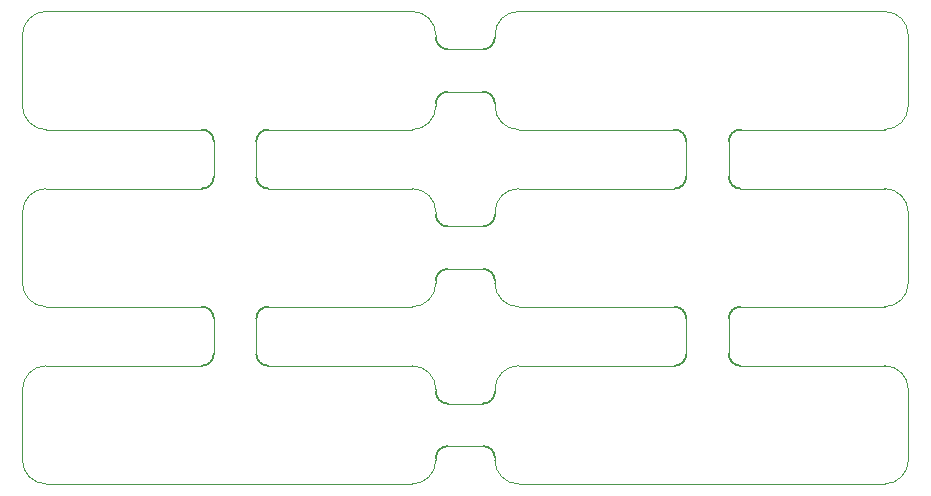
<source format=gbr>
%TF.GenerationSoftware,KiCad,Pcbnew,(5.1.11)-1*%
%TF.CreationDate,2022-09-07T06:47:23+07:00*%
%TF.ProjectId,Eclipse Voyager - Copy,45636c69-7073-4652-9056-6f7961676572,rev?*%
%TF.SameCoordinates,Original*%
%TF.FileFunction,Profile,NP*%
%FSLAX46Y46*%
G04 Gerber Fmt 4.6, Leading zero omitted, Abs format (unit mm)*
G04 Created by KiCad (PCBNEW (5.1.11)-1) date 2022-09-07 06:47:23*
%MOMM*%
%LPD*%
G01*
G04 APERTURE LIST*
%TA.AperFunction,Profile*%
%ADD10C,0.050000*%
%TD*%
%TA.AperFunction,Profile*%
%ADD11C,0.150000*%
%TD*%
G04 APERTURE END LIST*
D10*
X197000000Y-28500000D02*
X197000000Y-34500000D01*
X155000000Y-26500000D02*
X124000000Y-26500000D01*
X195000000Y-41500000D02*
X182800000Y-41500000D01*
X164000000Y-26500000D02*
X195000000Y-26500000D01*
X164000000Y-41500000D02*
X177200000Y-41500000D01*
X195000000Y-56500000D02*
X182800000Y-56500000D01*
X155000000Y-56500000D02*
X142800000Y-56500000D01*
X195000000Y-41500000D02*
X182800000Y-41500000D01*
X178200000Y-55500000D02*
X178200000Y-52500000D01*
X138200000Y-55500000D02*
X138200000Y-52500000D01*
X178200000Y-40500000D02*
X178200000Y-37500000D01*
X181800000Y-55500000D02*
X181800000Y-52500000D01*
X141800000Y-55500000D02*
X141800000Y-52500000D01*
X181800000Y-40500000D02*
X181800000Y-37500000D01*
X124000000Y-66500000D02*
X155000000Y-66500000D01*
X182800000Y-51500000D02*
X195000000Y-51500000D01*
X142800000Y-51500000D02*
X155000000Y-51500000D01*
X182800000Y-36500000D02*
X195000000Y-36500000D01*
X164000000Y-56500000D02*
X177200000Y-56500000D01*
X124000000Y-56500000D02*
X137200000Y-56500000D01*
X164000000Y-41500000D02*
X177200000Y-41500000D01*
X195000000Y-66500000D02*
X164000000Y-66500000D01*
X177200000Y-51500000D02*
X164000000Y-51500000D01*
X137200000Y-51500000D02*
X124000000Y-51500000D01*
X177200000Y-36500000D02*
X164000000Y-36500000D01*
X124000000Y-41500000D02*
X137200000Y-41500000D01*
X142800000Y-36500000D02*
X155000000Y-36500000D01*
X155000000Y-41500000D02*
X142800000Y-41500000D01*
X141800000Y-40500000D02*
X141800000Y-37500000D01*
X138200000Y-40500000D02*
X138200000Y-37500000D01*
X162000000Y-64500000D02*
X162000000Y-64300000D01*
X162000000Y-49500000D02*
X162000000Y-49300000D01*
X158000000Y-63300000D02*
X161000000Y-63300000D01*
X158000000Y-48300000D02*
X161000000Y-48300000D01*
X158000000Y-59700000D02*
X161000000Y-59700000D01*
X158000000Y-44700000D02*
X161000000Y-44700000D01*
X157000000Y-58500000D02*
X157000000Y-58700000D01*
X157000000Y-43500000D02*
X157000000Y-43700000D01*
X162000000Y-58700000D02*
X162000000Y-58500000D01*
X162000000Y-43700000D02*
X162000000Y-43500000D01*
X157000000Y-64300000D02*
X157000000Y-64500000D01*
X157000000Y-49300000D02*
X157000000Y-49500000D01*
X158000000Y-29700000D02*
X161000000Y-29700000D01*
X158000000Y-33300000D02*
X161000000Y-33300000D01*
X162000000Y-34500000D02*
X162000000Y-34300000D01*
X157000000Y-28500000D02*
X157000000Y-28700000D01*
X197000000Y-58500000D02*
X197000000Y-64500000D01*
X197000000Y-43500000D02*
X197000000Y-49500000D01*
X122000000Y-64500000D02*
X122000000Y-58500000D01*
X122000000Y-49500000D02*
X122000000Y-43500000D01*
X162000000Y-28700000D02*
X162000000Y-28500000D01*
X197000000Y-64500000D02*
G75*
G02*
X195000000Y-66500000I-2000000J0D01*
G01*
X157000000Y-64500000D02*
G75*
G02*
X155000000Y-66500000I-2000000J0D01*
G01*
X197000000Y-49500000D02*
G75*
G02*
X195000000Y-51500000I-2000000J0D01*
G01*
X157000000Y-49500000D02*
G75*
G02*
X155000000Y-51500000I-2000000J0D01*
G01*
X197000000Y-34500000D02*
G75*
G02*
X195000000Y-36500000I-2000000J0D01*
G01*
X164000000Y-66500000D02*
G75*
G02*
X162000000Y-64500000I0J2000000D01*
G01*
X124000000Y-66500000D02*
G75*
G02*
X122000000Y-64500000I0J2000000D01*
G01*
X164000000Y-51500000D02*
G75*
G02*
X162000000Y-49500000I0J2000000D01*
G01*
X124000000Y-51500000D02*
G75*
G02*
X122000000Y-49500000I0J2000000D01*
G01*
X164000000Y-36500000D02*
G75*
G02*
X162000000Y-34500000I0J2000000D01*
G01*
X162000000Y-58500000D02*
G75*
G02*
X164000000Y-56500000I2000000J0D01*
G01*
X122000000Y-58500000D02*
G75*
G02*
X124000000Y-56500000I2000000J0D01*
G01*
X162000000Y-43500000D02*
G75*
G02*
X164000000Y-41500000I2000000J0D01*
G01*
X122000000Y-43500000D02*
G75*
G02*
X124000000Y-41500000I2000000J0D01*
G01*
X162000000Y-28500000D02*
G75*
G02*
X164000000Y-26500000I2000000J0D01*
G01*
X195000000Y-56500000D02*
G75*
G02*
X197000000Y-58500000I0J-2000000D01*
G01*
X155000000Y-56500000D02*
G75*
G02*
X157000000Y-58500000I0J-2000000D01*
G01*
X195000000Y-41500000D02*
G75*
G02*
X197000000Y-43500000I0J-2000000D01*
G01*
X155000000Y-41500000D02*
G75*
G02*
X157000000Y-43500000I0J-2000000D01*
G01*
X195000000Y-26500000D02*
G75*
G02*
X197000000Y-28500000I0J-2000000D01*
G01*
X157000000Y-34500000D02*
G75*
G02*
X155000000Y-36500000I-2000000J0D01*
G01*
X155000000Y-26500000D02*
G75*
G02*
X157000000Y-28500000I0J-2000000D01*
G01*
X124000000Y-36500000D02*
G75*
G02*
X122000000Y-34500000I0J2000000D01*
G01*
X122000000Y-28500000D02*
G75*
G02*
X124000000Y-26500000I2000000J0D01*
G01*
X122000000Y-34500000D02*
X122000000Y-28500000D01*
X137200000Y-36500000D02*
X124000000Y-36500000D01*
X157000000Y-34300000D02*
X157000000Y-34500000D01*
D11*
%TO.C,mouse-bite-3mm-slot*%
X177200000Y-41500000D02*
G75*
G03*
X178200000Y-40500000I0J1000000D01*
G01*
X182800000Y-41500000D02*
G75*
G02*
X181800000Y-40500000I0J1000000D01*
G01*
X182800000Y-51500000D02*
G75*
G03*
X181800000Y-52500000I0J-1000000D01*
G01*
X177200000Y-51500000D02*
G75*
G02*
X178200000Y-52500000I0J-1000000D01*
G01*
X142800000Y-51500000D02*
G75*
G03*
X141800000Y-52500000I0J-1000000D01*
G01*
X137200000Y-51500000D02*
G75*
G02*
X138200000Y-52500000I0J-1000000D01*
G01*
X182800000Y-36500000D02*
G75*
G03*
X181800000Y-37500000I0J-1000000D01*
G01*
X177200000Y-36500000D02*
G75*
G02*
X178200000Y-37500000I0J-1000000D01*
G01*
X177200000Y-56500000D02*
G75*
G03*
X178200000Y-55500000I0J1000000D01*
G01*
X182800000Y-56500000D02*
G75*
G02*
X181800000Y-55500000I0J1000000D01*
G01*
X137200000Y-56500000D02*
G75*
G03*
X138200000Y-55500000I0J1000000D01*
G01*
X142800000Y-56500000D02*
G75*
G02*
X141800000Y-55500000I0J1000000D01*
G01*
X177200000Y-41500000D02*
G75*
G03*
X178200000Y-40500000I0J1000000D01*
G01*
X182800000Y-41500000D02*
G75*
G02*
X181800000Y-40500000I0J1000000D01*
G01*
X137200000Y-41500000D02*
G75*
G03*
X138200000Y-40500000I0J1000000D01*
G01*
X142800000Y-41500000D02*
G75*
G02*
X141800000Y-40500000I0J1000000D01*
G01*
X142800000Y-36500000D02*
G75*
G03*
X141800000Y-37500000I0J-1000000D01*
G01*
X137200000Y-36500000D02*
G75*
G02*
X138200000Y-37500000I0J-1000000D01*
G01*
X157000000Y-58700000D02*
G75*
G03*
X158000000Y-59700000I1000000J0D01*
G01*
X157000000Y-64300000D02*
G75*
G02*
X158000000Y-63300000I1000000J0D01*
G01*
X157000000Y-43700000D02*
G75*
G03*
X158000000Y-44700000I1000000J0D01*
G01*
X157000000Y-49300000D02*
G75*
G02*
X158000000Y-48300000I1000000J0D01*
G01*
X162000000Y-64300000D02*
G75*
G03*
X161000000Y-63300000I-1000000J0D01*
G01*
X162000000Y-58700000D02*
G75*
G02*
X161000000Y-59700000I-1000000J0D01*
G01*
X162000000Y-49300000D02*
G75*
G03*
X161000000Y-48300000I-1000000J0D01*
G01*
X162000000Y-43700000D02*
G75*
G02*
X161000000Y-44700000I-1000000J0D01*
G01*
X162000000Y-34300000D02*
G75*
G03*
X161000000Y-33300000I-1000000J0D01*
G01*
X162000000Y-28700000D02*
G75*
G02*
X161000000Y-29700000I-1000000J0D01*
G01*
X157000000Y-28700000D02*
G75*
G03*
X158000000Y-29700000I1000000J0D01*
G01*
X157000000Y-34300000D02*
G75*
G02*
X158000000Y-33300000I1000000J0D01*
G01*
%TD*%
M02*

</source>
